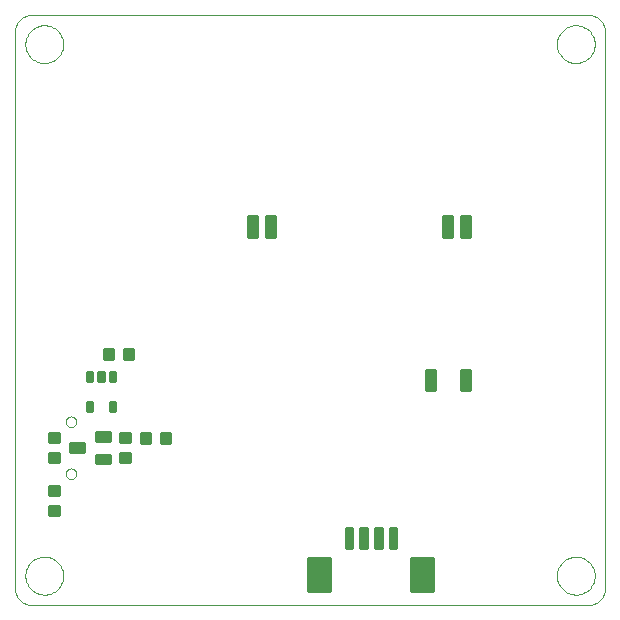
<source format=gbp>
G75*
%MOIN*%
%OFA0B0*%
%FSLAX24Y24*%
%IPPOS*%
%LPD*%
%AMOC8*
5,1,8,0,0,1.08239X$1,22.5*
%
%ADD10C,0.0000*%
%ADD11C,0.0098*%
%ADD12C,0.0101*%
%ADD13C,0.0124*%
%ADD14C,0.0101*%
D10*
X000588Y000721D02*
X000588Y019224D01*
X000587Y019224D02*
X000589Y019270D01*
X000594Y019316D01*
X000603Y019362D01*
X000616Y019407D01*
X000632Y019450D01*
X000651Y019492D01*
X000674Y019533D01*
X000700Y019571D01*
X000729Y019608D01*
X000760Y019642D01*
X000794Y019673D01*
X000831Y019702D01*
X000869Y019728D01*
X000910Y019751D01*
X000952Y019770D01*
X000995Y019786D01*
X001040Y019799D01*
X001086Y019808D01*
X001132Y019813D01*
X001178Y019815D01*
X019682Y019815D01*
X019728Y019813D01*
X019774Y019808D01*
X019820Y019799D01*
X019865Y019786D01*
X019908Y019770D01*
X019950Y019751D01*
X019991Y019728D01*
X020029Y019702D01*
X020066Y019673D01*
X020100Y019642D01*
X020131Y019608D01*
X020160Y019571D01*
X020186Y019533D01*
X020209Y019492D01*
X020228Y019450D01*
X020244Y019407D01*
X020257Y019362D01*
X020266Y019316D01*
X020271Y019270D01*
X020273Y019224D01*
X020273Y000721D01*
X020271Y000675D01*
X020266Y000629D01*
X020257Y000583D01*
X020244Y000538D01*
X020228Y000495D01*
X020209Y000453D01*
X020186Y000412D01*
X020160Y000374D01*
X020131Y000337D01*
X020100Y000303D01*
X020066Y000272D01*
X020029Y000243D01*
X019991Y000217D01*
X019950Y000194D01*
X019908Y000175D01*
X019865Y000159D01*
X019820Y000146D01*
X019774Y000137D01*
X019728Y000132D01*
X019682Y000130D01*
X001178Y000130D01*
X001132Y000132D01*
X001086Y000137D01*
X001040Y000146D01*
X000995Y000159D01*
X000952Y000175D01*
X000910Y000194D01*
X000869Y000217D01*
X000831Y000243D01*
X000794Y000272D01*
X000760Y000303D01*
X000729Y000337D01*
X000700Y000374D01*
X000674Y000412D01*
X000651Y000453D01*
X000632Y000495D01*
X000616Y000538D01*
X000603Y000583D01*
X000594Y000629D01*
X000589Y000675D01*
X000587Y000721D01*
X000942Y001114D02*
X000944Y001164D01*
X000950Y001214D01*
X000960Y001263D01*
X000974Y001311D01*
X000991Y001358D01*
X001012Y001403D01*
X001037Y001447D01*
X001065Y001488D01*
X001097Y001527D01*
X001131Y001564D01*
X001168Y001598D01*
X001208Y001628D01*
X001250Y001655D01*
X001294Y001679D01*
X001340Y001700D01*
X001387Y001716D01*
X001435Y001729D01*
X001485Y001738D01*
X001534Y001743D01*
X001585Y001744D01*
X001635Y001741D01*
X001684Y001734D01*
X001733Y001723D01*
X001781Y001708D01*
X001827Y001690D01*
X001872Y001668D01*
X001915Y001642D01*
X001956Y001613D01*
X001995Y001581D01*
X002031Y001546D01*
X002063Y001508D01*
X002093Y001468D01*
X002120Y001425D01*
X002143Y001381D01*
X002162Y001335D01*
X002178Y001287D01*
X002190Y001238D01*
X002198Y001189D01*
X002202Y001139D01*
X002202Y001089D01*
X002198Y001039D01*
X002190Y000990D01*
X002178Y000941D01*
X002162Y000893D01*
X002143Y000847D01*
X002120Y000803D01*
X002093Y000760D01*
X002063Y000720D01*
X002031Y000682D01*
X001995Y000647D01*
X001956Y000615D01*
X001915Y000586D01*
X001872Y000560D01*
X001827Y000538D01*
X001781Y000520D01*
X001733Y000505D01*
X001684Y000494D01*
X001635Y000487D01*
X001585Y000484D01*
X001534Y000485D01*
X001485Y000490D01*
X001435Y000499D01*
X001387Y000512D01*
X001340Y000528D01*
X001294Y000549D01*
X001250Y000573D01*
X001208Y000600D01*
X001168Y000630D01*
X001131Y000664D01*
X001097Y000701D01*
X001065Y000740D01*
X001037Y000781D01*
X001012Y000825D01*
X000991Y000870D01*
X000974Y000917D01*
X000960Y000965D01*
X000950Y001014D01*
X000944Y001064D01*
X000942Y001114D01*
X002286Y004514D02*
X002288Y004540D01*
X002294Y004566D01*
X002304Y004591D01*
X002317Y004614D01*
X002333Y004634D01*
X002353Y004652D01*
X002375Y004667D01*
X002398Y004679D01*
X002424Y004687D01*
X002450Y004691D01*
X002476Y004691D01*
X002502Y004687D01*
X002528Y004679D01*
X002552Y004667D01*
X002573Y004652D01*
X002593Y004634D01*
X002609Y004614D01*
X002622Y004591D01*
X002632Y004566D01*
X002638Y004540D01*
X002640Y004514D01*
X002638Y004488D01*
X002632Y004462D01*
X002622Y004437D01*
X002609Y004414D01*
X002593Y004394D01*
X002573Y004376D01*
X002551Y004361D01*
X002528Y004349D01*
X002502Y004341D01*
X002476Y004337D01*
X002450Y004337D01*
X002424Y004341D01*
X002398Y004349D01*
X002374Y004361D01*
X002353Y004376D01*
X002333Y004394D01*
X002317Y004414D01*
X002304Y004437D01*
X002294Y004462D01*
X002288Y004488D01*
X002286Y004514D01*
X002286Y006246D02*
X002288Y006272D01*
X002294Y006298D01*
X002304Y006323D01*
X002317Y006346D01*
X002333Y006366D01*
X002353Y006384D01*
X002375Y006399D01*
X002398Y006411D01*
X002424Y006419D01*
X002450Y006423D01*
X002476Y006423D01*
X002502Y006419D01*
X002528Y006411D01*
X002552Y006399D01*
X002573Y006384D01*
X002593Y006366D01*
X002609Y006346D01*
X002622Y006323D01*
X002632Y006298D01*
X002638Y006272D01*
X002640Y006246D01*
X002638Y006220D01*
X002632Y006194D01*
X002622Y006169D01*
X002609Y006146D01*
X002593Y006126D01*
X002573Y006108D01*
X002551Y006093D01*
X002528Y006081D01*
X002502Y006073D01*
X002476Y006069D01*
X002450Y006069D01*
X002424Y006073D01*
X002398Y006081D01*
X002374Y006093D01*
X002353Y006108D01*
X002333Y006126D01*
X002317Y006146D01*
X002304Y006169D01*
X002294Y006194D01*
X002288Y006220D01*
X002286Y006246D01*
X000942Y018831D02*
X000944Y018881D01*
X000950Y018931D01*
X000960Y018980D01*
X000974Y019028D01*
X000991Y019075D01*
X001012Y019120D01*
X001037Y019164D01*
X001065Y019205D01*
X001097Y019244D01*
X001131Y019281D01*
X001168Y019315D01*
X001208Y019345D01*
X001250Y019372D01*
X001294Y019396D01*
X001340Y019417D01*
X001387Y019433D01*
X001435Y019446D01*
X001485Y019455D01*
X001534Y019460D01*
X001585Y019461D01*
X001635Y019458D01*
X001684Y019451D01*
X001733Y019440D01*
X001781Y019425D01*
X001827Y019407D01*
X001872Y019385D01*
X001915Y019359D01*
X001956Y019330D01*
X001995Y019298D01*
X002031Y019263D01*
X002063Y019225D01*
X002093Y019185D01*
X002120Y019142D01*
X002143Y019098D01*
X002162Y019052D01*
X002178Y019004D01*
X002190Y018955D01*
X002198Y018906D01*
X002202Y018856D01*
X002202Y018806D01*
X002198Y018756D01*
X002190Y018707D01*
X002178Y018658D01*
X002162Y018610D01*
X002143Y018564D01*
X002120Y018520D01*
X002093Y018477D01*
X002063Y018437D01*
X002031Y018399D01*
X001995Y018364D01*
X001956Y018332D01*
X001915Y018303D01*
X001872Y018277D01*
X001827Y018255D01*
X001781Y018237D01*
X001733Y018222D01*
X001684Y018211D01*
X001635Y018204D01*
X001585Y018201D01*
X001534Y018202D01*
X001485Y018207D01*
X001435Y018216D01*
X001387Y018229D01*
X001340Y018245D01*
X001294Y018266D01*
X001250Y018290D01*
X001208Y018317D01*
X001168Y018347D01*
X001131Y018381D01*
X001097Y018418D01*
X001065Y018457D01*
X001037Y018498D01*
X001012Y018542D01*
X000991Y018587D01*
X000974Y018634D01*
X000960Y018682D01*
X000950Y018731D01*
X000944Y018781D01*
X000942Y018831D01*
X018659Y018831D02*
X018661Y018881D01*
X018667Y018931D01*
X018677Y018980D01*
X018691Y019028D01*
X018708Y019075D01*
X018729Y019120D01*
X018754Y019164D01*
X018782Y019205D01*
X018814Y019244D01*
X018848Y019281D01*
X018885Y019315D01*
X018925Y019345D01*
X018967Y019372D01*
X019011Y019396D01*
X019057Y019417D01*
X019104Y019433D01*
X019152Y019446D01*
X019202Y019455D01*
X019251Y019460D01*
X019302Y019461D01*
X019352Y019458D01*
X019401Y019451D01*
X019450Y019440D01*
X019498Y019425D01*
X019544Y019407D01*
X019589Y019385D01*
X019632Y019359D01*
X019673Y019330D01*
X019712Y019298D01*
X019748Y019263D01*
X019780Y019225D01*
X019810Y019185D01*
X019837Y019142D01*
X019860Y019098D01*
X019879Y019052D01*
X019895Y019004D01*
X019907Y018955D01*
X019915Y018906D01*
X019919Y018856D01*
X019919Y018806D01*
X019915Y018756D01*
X019907Y018707D01*
X019895Y018658D01*
X019879Y018610D01*
X019860Y018564D01*
X019837Y018520D01*
X019810Y018477D01*
X019780Y018437D01*
X019748Y018399D01*
X019712Y018364D01*
X019673Y018332D01*
X019632Y018303D01*
X019589Y018277D01*
X019544Y018255D01*
X019498Y018237D01*
X019450Y018222D01*
X019401Y018211D01*
X019352Y018204D01*
X019302Y018201D01*
X019251Y018202D01*
X019202Y018207D01*
X019152Y018216D01*
X019104Y018229D01*
X019057Y018245D01*
X019011Y018266D01*
X018967Y018290D01*
X018925Y018317D01*
X018885Y018347D01*
X018848Y018381D01*
X018814Y018418D01*
X018782Y018457D01*
X018754Y018498D01*
X018729Y018542D01*
X018708Y018587D01*
X018691Y018634D01*
X018677Y018682D01*
X018667Y018731D01*
X018661Y018781D01*
X018659Y018831D01*
X018659Y001114D02*
X018661Y001164D01*
X018667Y001214D01*
X018677Y001263D01*
X018691Y001311D01*
X018708Y001358D01*
X018729Y001403D01*
X018754Y001447D01*
X018782Y001488D01*
X018814Y001527D01*
X018848Y001564D01*
X018885Y001598D01*
X018925Y001628D01*
X018967Y001655D01*
X019011Y001679D01*
X019057Y001700D01*
X019104Y001716D01*
X019152Y001729D01*
X019202Y001738D01*
X019251Y001743D01*
X019302Y001744D01*
X019352Y001741D01*
X019401Y001734D01*
X019450Y001723D01*
X019498Y001708D01*
X019544Y001690D01*
X019589Y001668D01*
X019632Y001642D01*
X019673Y001613D01*
X019712Y001581D01*
X019748Y001546D01*
X019780Y001508D01*
X019810Y001468D01*
X019837Y001425D01*
X019860Y001381D01*
X019879Y001335D01*
X019895Y001287D01*
X019907Y001238D01*
X019915Y001189D01*
X019919Y001139D01*
X019919Y001089D01*
X019915Y001039D01*
X019907Y000990D01*
X019895Y000941D01*
X019879Y000893D01*
X019860Y000847D01*
X019837Y000803D01*
X019810Y000760D01*
X019780Y000720D01*
X019748Y000682D01*
X019712Y000647D01*
X019673Y000615D01*
X019632Y000586D01*
X019589Y000560D01*
X019544Y000538D01*
X019498Y000520D01*
X019450Y000505D01*
X019401Y000494D01*
X019352Y000487D01*
X019302Y000484D01*
X019251Y000485D01*
X019202Y000490D01*
X019152Y000499D01*
X019104Y000512D01*
X019057Y000528D01*
X019011Y000549D01*
X018967Y000573D01*
X018925Y000600D01*
X018885Y000630D01*
X018848Y000664D01*
X018814Y000701D01*
X018782Y000740D01*
X018754Y000781D01*
X018729Y000825D01*
X018708Y000870D01*
X018691Y000917D01*
X018677Y000965D01*
X018667Y001014D01*
X018661Y001064D01*
X018659Y001114D01*
D11*
X015464Y007293D02*
X015464Y007981D01*
X015760Y007981D01*
X015760Y007293D01*
X015464Y007293D01*
X015464Y007390D02*
X015760Y007390D01*
X015760Y007487D02*
X015464Y007487D01*
X015464Y007584D02*
X015760Y007584D01*
X015760Y007681D02*
X015464Y007681D01*
X015464Y007778D02*
X015760Y007778D01*
X015760Y007875D02*
X015464Y007875D01*
X015464Y007972D02*
X015760Y007972D01*
X014283Y007981D02*
X014283Y007293D01*
X014283Y007981D02*
X014579Y007981D01*
X014579Y007293D01*
X014283Y007293D01*
X014283Y007390D02*
X014579Y007390D01*
X014579Y007487D02*
X014283Y007487D01*
X014283Y007584D02*
X014579Y007584D01*
X014579Y007681D02*
X014283Y007681D01*
X014283Y007778D02*
X014579Y007778D01*
X014579Y007875D02*
X014283Y007875D01*
X014283Y007972D02*
X014579Y007972D01*
X014873Y012411D02*
X014873Y013099D01*
X015169Y013099D01*
X015169Y012411D01*
X014873Y012411D01*
X014873Y012508D02*
X015169Y012508D01*
X015169Y012605D02*
X014873Y012605D01*
X014873Y012702D02*
X015169Y012702D01*
X015169Y012799D02*
X014873Y012799D01*
X014873Y012896D02*
X015169Y012896D01*
X015169Y012993D02*
X014873Y012993D01*
X014873Y013090D02*
X015169Y013090D01*
X015464Y013099D02*
X015464Y012411D01*
X015464Y013099D02*
X015760Y013099D01*
X015760Y012411D01*
X015464Y012411D01*
X015464Y012508D02*
X015760Y012508D01*
X015760Y012605D02*
X015464Y012605D01*
X015464Y012702D02*
X015760Y012702D01*
X015760Y012799D02*
X015464Y012799D01*
X015464Y012896D02*
X015760Y012896D01*
X015760Y012993D02*
X015464Y012993D01*
X015464Y013090D02*
X015760Y013090D01*
X008968Y013099D02*
X008968Y012411D01*
X008968Y013099D02*
X009264Y013099D01*
X009264Y012411D01*
X008968Y012411D01*
X008968Y012508D02*
X009264Y012508D01*
X009264Y012605D02*
X008968Y012605D01*
X008968Y012702D02*
X009264Y012702D01*
X009264Y012799D02*
X008968Y012799D01*
X008968Y012896D02*
X009264Y012896D01*
X009264Y012993D02*
X008968Y012993D01*
X008968Y013090D02*
X009264Y013090D01*
X008377Y013099D02*
X008377Y012411D01*
X008377Y013099D02*
X008673Y013099D01*
X008673Y012411D01*
X008377Y012411D01*
X008377Y012508D02*
X008673Y012508D01*
X008673Y012605D02*
X008377Y012605D01*
X008377Y012702D02*
X008673Y012702D01*
X008673Y012799D02*
X008377Y012799D01*
X008377Y012896D02*
X008673Y012896D01*
X008673Y012993D02*
X008377Y012993D01*
X008377Y013090D02*
X008673Y013090D01*
X004539Y008672D02*
X004243Y008672D01*
X004539Y008672D02*
X004539Y008338D01*
X004243Y008338D01*
X004243Y008672D01*
X004243Y008435D02*
X004539Y008435D01*
X004539Y008532D02*
X004243Y008532D01*
X004243Y008629D02*
X004539Y008629D01*
X003870Y008672D02*
X003574Y008672D01*
X003870Y008672D02*
X003870Y008338D01*
X003574Y008338D01*
X003574Y008672D01*
X003574Y008435D02*
X003870Y008435D01*
X003870Y008532D02*
X003574Y008532D01*
X003574Y008629D02*
X003870Y008629D01*
X003295Y005902D02*
X003295Y005606D01*
X003295Y005902D02*
X003747Y005902D01*
X003747Y005606D01*
X003295Y005606D01*
X003295Y005703D02*
X003747Y005703D01*
X003747Y005800D02*
X003295Y005800D01*
X003295Y005897D02*
X003747Y005897D01*
X004108Y005863D02*
X004108Y005567D01*
X004108Y005863D02*
X004442Y005863D01*
X004442Y005567D01*
X004108Y005567D01*
X004108Y005664D02*
X004442Y005664D01*
X004442Y005761D02*
X004108Y005761D01*
X004108Y005858D02*
X004442Y005858D01*
X004793Y005860D02*
X005089Y005860D01*
X005089Y005526D01*
X004793Y005526D01*
X004793Y005860D01*
X004793Y005623D02*
X005089Y005623D01*
X005089Y005720D02*
X004793Y005720D01*
X004793Y005817D02*
X005089Y005817D01*
X005462Y005860D02*
X005758Y005860D01*
X005758Y005526D01*
X005462Y005526D01*
X005462Y005860D01*
X005462Y005623D02*
X005758Y005623D01*
X005758Y005720D02*
X005462Y005720D01*
X005462Y005817D02*
X005758Y005817D01*
X004108Y005193D02*
X004108Y004897D01*
X004108Y005193D02*
X004442Y005193D01*
X004442Y004897D01*
X004108Y004897D01*
X004108Y004994D02*
X004442Y004994D01*
X004442Y005091D02*
X004108Y005091D01*
X004108Y005188D02*
X004442Y005188D01*
X003295Y005154D02*
X003295Y004858D01*
X003295Y005154D02*
X003747Y005154D01*
X003747Y004858D01*
X003295Y004858D01*
X003295Y004955D02*
X003747Y004955D01*
X003747Y005052D02*
X003295Y005052D01*
X003295Y005149D02*
X003747Y005149D01*
X002429Y005232D02*
X002429Y005528D01*
X002881Y005528D01*
X002881Y005232D01*
X002429Y005232D01*
X002429Y005329D02*
X002881Y005329D01*
X002881Y005426D02*
X002429Y005426D01*
X002429Y005523D02*
X002881Y005523D01*
X002067Y005567D02*
X002067Y005863D01*
X002067Y005567D02*
X001733Y005567D01*
X001733Y005863D01*
X002067Y005863D01*
X002067Y005664D02*
X001733Y005664D01*
X001733Y005761D02*
X002067Y005761D01*
X002067Y005858D02*
X001733Y005858D01*
X002067Y005193D02*
X002067Y004897D01*
X001733Y004897D01*
X001733Y005193D01*
X002067Y005193D01*
X002067Y004994D02*
X001733Y004994D01*
X001733Y005091D02*
X002067Y005091D01*
X002067Y005188D02*
X001733Y005188D01*
X001733Y004113D02*
X002067Y004113D01*
X002067Y003817D01*
X001733Y003817D01*
X001733Y004113D01*
X001733Y003914D02*
X002067Y003914D01*
X002067Y004011D02*
X001733Y004011D01*
X001733Y004108D02*
X002067Y004108D01*
X002067Y003443D02*
X001733Y003443D01*
X002067Y003443D02*
X002067Y003147D01*
X001733Y003147D01*
X001733Y003443D01*
X001733Y003244D02*
X002067Y003244D01*
X002067Y003341D02*
X001733Y003341D01*
X001733Y003438D02*
X002067Y003438D01*
D12*
X011618Y002021D02*
X011832Y002021D01*
X011618Y002021D02*
X011618Y002707D01*
X011832Y002707D01*
X011832Y002021D01*
X011832Y002121D02*
X011618Y002121D01*
X011618Y002221D02*
X011832Y002221D01*
X011832Y002321D02*
X011618Y002321D01*
X011618Y002421D02*
X011832Y002421D01*
X011832Y002521D02*
X011618Y002521D01*
X011618Y002621D02*
X011832Y002621D01*
X012110Y002021D02*
X012324Y002021D01*
X012110Y002021D02*
X012110Y002707D01*
X012324Y002707D01*
X012324Y002021D01*
X012324Y002121D02*
X012110Y002121D01*
X012110Y002221D02*
X012324Y002221D01*
X012324Y002321D02*
X012110Y002321D01*
X012110Y002421D02*
X012324Y002421D01*
X012324Y002521D02*
X012110Y002521D01*
X012110Y002621D02*
X012324Y002621D01*
X012602Y002021D02*
X012816Y002021D01*
X012602Y002021D02*
X012602Y002707D01*
X012816Y002707D01*
X012816Y002021D01*
X012816Y002121D02*
X012602Y002121D01*
X012602Y002221D02*
X012816Y002221D01*
X012816Y002321D02*
X012602Y002321D01*
X012602Y002421D02*
X012816Y002421D01*
X012816Y002521D02*
X012602Y002521D01*
X012602Y002621D02*
X012816Y002621D01*
X013094Y002021D02*
X013308Y002021D01*
X013094Y002021D02*
X013094Y002707D01*
X013308Y002707D01*
X013308Y002021D01*
X013308Y002121D02*
X013094Y002121D01*
X013094Y002221D02*
X013308Y002221D01*
X013308Y002321D02*
X013094Y002321D01*
X013094Y002421D02*
X013308Y002421D01*
X013308Y002521D02*
X013094Y002521D01*
X013094Y002621D02*
X013308Y002621D01*
D13*
X013834Y000606D02*
X014536Y000606D01*
X013834Y000606D02*
X013834Y001662D01*
X014536Y001662D01*
X014536Y000606D01*
X014536Y000729D02*
X013834Y000729D01*
X013834Y000852D02*
X014536Y000852D01*
X014536Y000975D02*
X013834Y000975D01*
X013834Y001098D02*
X014536Y001098D01*
X014536Y001221D02*
X013834Y001221D01*
X013834Y001344D02*
X014536Y001344D01*
X014536Y001467D02*
X013834Y001467D01*
X013834Y001590D02*
X014536Y001590D01*
X011091Y000606D02*
X010389Y000606D01*
X010389Y001662D01*
X011091Y001662D01*
X011091Y000606D01*
X011091Y000729D02*
X010389Y000729D01*
X010389Y000852D02*
X011091Y000852D01*
X011091Y000975D02*
X010389Y000975D01*
X010389Y001098D02*
X011091Y001098D01*
X011091Y001221D02*
X010389Y001221D01*
X010389Y001344D02*
X011091Y001344D01*
X011091Y001467D02*
X010389Y001467D01*
X010389Y001590D02*
X011091Y001590D01*
D14*
X003923Y006598D02*
X003751Y006598D01*
X003751Y006888D01*
X003923Y006888D01*
X003923Y006598D01*
X003923Y006698D02*
X003751Y006698D01*
X003751Y006798D02*
X003923Y006798D01*
X003175Y006598D02*
X003003Y006598D01*
X003003Y006888D01*
X003175Y006888D01*
X003175Y006598D01*
X003175Y006698D02*
X003003Y006698D01*
X003003Y006798D02*
X003175Y006798D01*
X003175Y007618D02*
X003003Y007618D01*
X003003Y007908D01*
X003175Y007908D01*
X003175Y007618D01*
X003175Y007718D02*
X003003Y007718D01*
X003003Y007818D02*
X003175Y007818D01*
X003377Y007618D02*
X003549Y007618D01*
X003377Y007618D02*
X003377Y007908D01*
X003549Y007908D01*
X003549Y007618D01*
X003549Y007718D02*
X003377Y007718D01*
X003377Y007818D02*
X003549Y007818D01*
X003751Y007618D02*
X003923Y007618D01*
X003751Y007618D02*
X003751Y007908D01*
X003923Y007908D01*
X003923Y007618D01*
X003923Y007718D02*
X003751Y007718D01*
X003751Y007818D02*
X003923Y007818D01*
M02*

</source>
